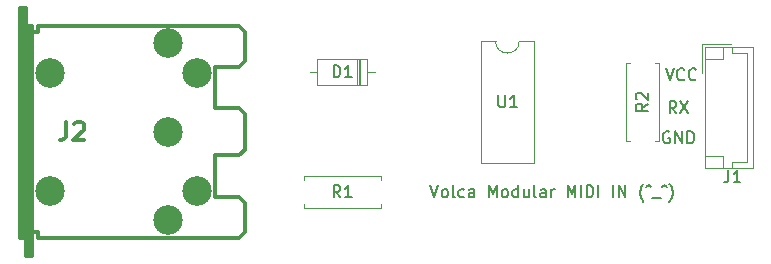
<source format=gbr>
%TF.GenerationSoftware,KiCad,Pcbnew,(6.0.1)*%
%TF.CreationDate,2022-02-12T00:31:54+11:00*%
%TF.ProjectId,VolcaModularMidi,566f6c63-614d-46f6-9475-6c61724d6964,rev?*%
%TF.SameCoordinates,Original*%
%TF.FileFunction,Legend,Top*%
%TF.FilePolarity,Positive*%
%FSLAX46Y46*%
G04 Gerber Fmt 4.6, Leading zero omitted, Abs format (unit mm)*
G04 Created by KiCad (PCBNEW (6.0.1)) date 2022-02-12 00:31:54*
%MOMM*%
%LPD*%
G01*
G04 APERTURE LIST*
%ADD10C,0.150000*%
%ADD11C,0.304800*%
%ADD12C,0.120000*%
%ADD13C,2.499360*%
G04 APERTURE END LIST*
D10*
X131508666Y-65746380D02*
X131842000Y-66746380D01*
X132175333Y-65746380D01*
X133080095Y-66651142D02*
X133032476Y-66698761D01*
X132889619Y-66746380D01*
X132794380Y-66746380D01*
X132651523Y-66698761D01*
X132556285Y-66603523D01*
X132508666Y-66508285D01*
X132461047Y-66317809D01*
X132461047Y-66174952D01*
X132508666Y-65984476D01*
X132556285Y-65889238D01*
X132651523Y-65794000D01*
X132794380Y-65746380D01*
X132889619Y-65746380D01*
X133032476Y-65794000D01*
X133080095Y-65841619D01*
X134080095Y-66651142D02*
X134032476Y-66698761D01*
X133889619Y-66746380D01*
X133794380Y-66746380D01*
X133651523Y-66698761D01*
X133556285Y-66603523D01*
X133508666Y-66508285D01*
X133461047Y-66317809D01*
X133461047Y-66174952D01*
X133508666Y-65984476D01*
X133556285Y-65889238D01*
X133651523Y-65794000D01*
X133794380Y-65746380D01*
X133889619Y-65746380D01*
X134032476Y-65794000D01*
X134080095Y-65841619D01*
X111586666Y-75652380D02*
X111920000Y-76652380D01*
X112253333Y-75652380D01*
X112729523Y-76652380D02*
X112634285Y-76604761D01*
X112586666Y-76557142D01*
X112539047Y-76461904D01*
X112539047Y-76176190D01*
X112586666Y-76080952D01*
X112634285Y-76033333D01*
X112729523Y-75985714D01*
X112872380Y-75985714D01*
X112967619Y-76033333D01*
X113015238Y-76080952D01*
X113062857Y-76176190D01*
X113062857Y-76461904D01*
X113015238Y-76557142D01*
X112967619Y-76604761D01*
X112872380Y-76652380D01*
X112729523Y-76652380D01*
X113634285Y-76652380D02*
X113539047Y-76604761D01*
X113491428Y-76509523D01*
X113491428Y-75652380D01*
X114443809Y-76604761D02*
X114348571Y-76652380D01*
X114158095Y-76652380D01*
X114062857Y-76604761D01*
X114015238Y-76557142D01*
X113967619Y-76461904D01*
X113967619Y-76176190D01*
X114015238Y-76080952D01*
X114062857Y-76033333D01*
X114158095Y-75985714D01*
X114348571Y-75985714D01*
X114443809Y-76033333D01*
X115300952Y-76652380D02*
X115300952Y-76128571D01*
X115253333Y-76033333D01*
X115158095Y-75985714D01*
X114967619Y-75985714D01*
X114872380Y-76033333D01*
X115300952Y-76604761D02*
X115205714Y-76652380D01*
X114967619Y-76652380D01*
X114872380Y-76604761D01*
X114824761Y-76509523D01*
X114824761Y-76414285D01*
X114872380Y-76319047D01*
X114967619Y-76271428D01*
X115205714Y-76271428D01*
X115300952Y-76223809D01*
X116539047Y-76652380D02*
X116539047Y-75652380D01*
X116872380Y-76366666D01*
X117205714Y-75652380D01*
X117205714Y-76652380D01*
X117824761Y-76652380D02*
X117729523Y-76604761D01*
X117681904Y-76557142D01*
X117634285Y-76461904D01*
X117634285Y-76176190D01*
X117681904Y-76080952D01*
X117729523Y-76033333D01*
X117824761Y-75985714D01*
X117967619Y-75985714D01*
X118062857Y-76033333D01*
X118110476Y-76080952D01*
X118158095Y-76176190D01*
X118158095Y-76461904D01*
X118110476Y-76557142D01*
X118062857Y-76604761D01*
X117967619Y-76652380D01*
X117824761Y-76652380D01*
X119015238Y-76652380D02*
X119015238Y-75652380D01*
X119015238Y-76604761D02*
X118920000Y-76652380D01*
X118729523Y-76652380D01*
X118634285Y-76604761D01*
X118586666Y-76557142D01*
X118539047Y-76461904D01*
X118539047Y-76176190D01*
X118586666Y-76080952D01*
X118634285Y-76033333D01*
X118729523Y-75985714D01*
X118920000Y-75985714D01*
X119015238Y-76033333D01*
X119920000Y-75985714D02*
X119920000Y-76652380D01*
X119491428Y-75985714D02*
X119491428Y-76509523D01*
X119539047Y-76604761D01*
X119634285Y-76652380D01*
X119777142Y-76652380D01*
X119872380Y-76604761D01*
X119920000Y-76557142D01*
X120539047Y-76652380D02*
X120443809Y-76604761D01*
X120396190Y-76509523D01*
X120396190Y-75652380D01*
X121348571Y-76652380D02*
X121348571Y-76128571D01*
X121300952Y-76033333D01*
X121205714Y-75985714D01*
X121015238Y-75985714D01*
X120920000Y-76033333D01*
X121348571Y-76604761D02*
X121253333Y-76652380D01*
X121015238Y-76652380D01*
X120920000Y-76604761D01*
X120872380Y-76509523D01*
X120872380Y-76414285D01*
X120920000Y-76319047D01*
X121015238Y-76271428D01*
X121253333Y-76271428D01*
X121348571Y-76223809D01*
X121824761Y-76652380D02*
X121824761Y-75985714D01*
X121824761Y-76176190D02*
X121872380Y-76080952D01*
X121920000Y-76033333D01*
X122015238Y-75985714D01*
X122110476Y-75985714D01*
X123205714Y-76652380D02*
X123205714Y-75652380D01*
X123539047Y-76366666D01*
X123872380Y-75652380D01*
X123872380Y-76652380D01*
X124348571Y-76652380D02*
X124348571Y-75652380D01*
X124824761Y-76652380D02*
X124824761Y-75652380D01*
X125062857Y-75652380D01*
X125205714Y-75700000D01*
X125300952Y-75795238D01*
X125348571Y-75890476D01*
X125396190Y-76080952D01*
X125396190Y-76223809D01*
X125348571Y-76414285D01*
X125300952Y-76509523D01*
X125205714Y-76604761D01*
X125062857Y-76652380D01*
X124824761Y-76652380D01*
X125824761Y-76652380D02*
X125824761Y-75652380D01*
X127062857Y-76652380D02*
X127062857Y-75652380D01*
X127539047Y-76652380D02*
X127539047Y-75652380D01*
X128110476Y-76652380D01*
X128110476Y-75652380D01*
X129634285Y-77033333D02*
X129586666Y-76985714D01*
X129491428Y-76842857D01*
X129443809Y-76747619D01*
X129396190Y-76604761D01*
X129348571Y-76366666D01*
X129348571Y-76176190D01*
X129396190Y-75938095D01*
X129443809Y-75795238D01*
X129491428Y-75700000D01*
X129586666Y-75557142D01*
X129634285Y-75509523D01*
X129872380Y-75747619D02*
X130062857Y-75604761D01*
X130253333Y-75747619D01*
X130348571Y-76747619D02*
X131110476Y-76747619D01*
X131205714Y-75747619D02*
X131396190Y-75604761D01*
X131586666Y-75747619D01*
X131824761Y-77033333D02*
X131872380Y-76985714D01*
X131967619Y-76842857D01*
X132015238Y-76747619D01*
X132062857Y-76604761D01*
X132110476Y-76366666D01*
X132110476Y-76176190D01*
X132062857Y-75938095D01*
X132015238Y-75795238D01*
X131967619Y-75700000D01*
X131872380Y-75557142D01*
X131824761Y-75509523D01*
X131826095Y-71128000D02*
X131730857Y-71080380D01*
X131588000Y-71080380D01*
X131445142Y-71128000D01*
X131349904Y-71223238D01*
X131302285Y-71318476D01*
X131254666Y-71508952D01*
X131254666Y-71651809D01*
X131302285Y-71842285D01*
X131349904Y-71937523D01*
X131445142Y-72032761D01*
X131588000Y-72080380D01*
X131683238Y-72080380D01*
X131826095Y-72032761D01*
X131873714Y-71985142D01*
X131873714Y-71651809D01*
X131683238Y-71651809D01*
X132302285Y-72080380D02*
X132302285Y-71080380D01*
X132873714Y-72080380D01*
X132873714Y-71080380D01*
X133349904Y-72080380D02*
X133349904Y-71080380D01*
X133588000Y-71080380D01*
X133730857Y-71128000D01*
X133826095Y-71223238D01*
X133873714Y-71318476D01*
X133921333Y-71508952D01*
X133921333Y-71651809D01*
X133873714Y-71842285D01*
X133826095Y-71937523D01*
X133730857Y-72032761D01*
X133588000Y-72080380D01*
X133349904Y-72080380D01*
X132421333Y-69540380D02*
X132088000Y-69064190D01*
X131849904Y-69540380D02*
X131849904Y-68540380D01*
X132230857Y-68540380D01*
X132326095Y-68588000D01*
X132373714Y-68635619D01*
X132421333Y-68730857D01*
X132421333Y-68873714D01*
X132373714Y-68968952D01*
X132326095Y-69016571D01*
X132230857Y-69064190D01*
X131849904Y-69064190D01*
X132754666Y-68540380D02*
X133421333Y-69540380D01*
X133421333Y-68540380D02*
X132754666Y-69540380D01*
%TO.C,R2*%
X129992380Y-68746666D02*
X129516190Y-69080000D01*
X129992380Y-69318095D02*
X128992380Y-69318095D01*
X128992380Y-68937142D01*
X129040000Y-68841904D01*
X129087619Y-68794285D01*
X129182857Y-68746666D01*
X129325714Y-68746666D01*
X129420952Y-68794285D01*
X129468571Y-68841904D01*
X129516190Y-68937142D01*
X129516190Y-69318095D01*
X129087619Y-68365714D02*
X129040000Y-68318095D01*
X128992380Y-68222857D01*
X128992380Y-67984761D01*
X129040000Y-67889523D01*
X129087619Y-67841904D01*
X129182857Y-67794285D01*
X129278095Y-67794285D01*
X129420952Y-67841904D01*
X129992380Y-68413333D01*
X129992380Y-67794285D01*
%TO.C,J1*%
X136826666Y-74382380D02*
X136826666Y-75096666D01*
X136779047Y-75239523D01*
X136683809Y-75334761D01*
X136540952Y-75382380D01*
X136445714Y-75382380D01*
X137826666Y-75382380D02*
X137255238Y-75382380D01*
X137540952Y-75382380D02*
X137540952Y-74382380D01*
X137445714Y-74525238D01*
X137350476Y-74620476D01*
X137255238Y-74668095D01*
%TO.C,R1*%
X103973333Y-76652380D02*
X103640000Y-76176190D01*
X103401904Y-76652380D02*
X103401904Y-75652380D01*
X103782857Y-75652380D01*
X103878095Y-75700000D01*
X103925714Y-75747619D01*
X103973333Y-75842857D01*
X103973333Y-75985714D01*
X103925714Y-76080952D01*
X103878095Y-76128571D01*
X103782857Y-76176190D01*
X103401904Y-76176190D01*
X104925714Y-76652380D02*
X104354285Y-76652380D01*
X104640000Y-76652380D02*
X104640000Y-75652380D01*
X104544761Y-75795238D01*
X104449523Y-75890476D01*
X104354285Y-75938095D01*
D11*
%TO.C,J2*%
X80772000Y-70285428D02*
X80772000Y-71374000D01*
X80699428Y-71591714D01*
X80554285Y-71736857D01*
X80336571Y-71809428D01*
X80191428Y-71809428D01*
X81425142Y-70430571D02*
X81497714Y-70358000D01*
X81642857Y-70285428D01*
X82005714Y-70285428D01*
X82150857Y-70358000D01*
X82223428Y-70430571D01*
X82296000Y-70575714D01*
X82296000Y-70720857D01*
X82223428Y-70938571D01*
X81352571Y-71809428D01*
X82296000Y-71809428D01*
D10*
%TO.C,U1*%
X117348095Y-68032380D02*
X117348095Y-68841904D01*
X117395714Y-68937142D01*
X117443333Y-68984761D01*
X117538571Y-69032380D01*
X117729047Y-69032380D01*
X117824285Y-68984761D01*
X117871904Y-68937142D01*
X117919523Y-68841904D01*
X117919523Y-68032380D01*
X118919523Y-69032380D02*
X118348095Y-69032380D01*
X118633809Y-69032380D02*
X118633809Y-68032380D01*
X118538571Y-68175238D01*
X118443333Y-68270476D01*
X118348095Y-68318095D01*
%TO.C,D1*%
X103401904Y-66492380D02*
X103401904Y-65492380D01*
X103640000Y-65492380D01*
X103782857Y-65540000D01*
X103878095Y-65635238D01*
X103925714Y-65730476D01*
X103973333Y-65920952D01*
X103973333Y-66063809D01*
X103925714Y-66254285D01*
X103878095Y-66349523D01*
X103782857Y-66444761D01*
X103640000Y-66492380D01*
X103401904Y-66492380D01*
X104925714Y-66492380D02*
X104354285Y-66492380D01*
X104640000Y-66492380D02*
X104640000Y-65492380D01*
X104544761Y-65635238D01*
X104449523Y-65730476D01*
X104354285Y-65778095D01*
D12*
%TO.C,R2*%
X130910000Y-65310000D02*
X130910000Y-71850000D01*
X130910000Y-71850000D02*
X130580000Y-71850000D01*
X130580000Y-65310000D02*
X130910000Y-65310000D01*
X128500000Y-65310000D02*
X128170000Y-65310000D01*
X128170000Y-65310000D02*
X128170000Y-71850000D01*
X128170000Y-71850000D02*
X128500000Y-71850000D01*
%TO.C,J1*%
X136350000Y-74190000D02*
X136350000Y-73190000D01*
X136350000Y-73190000D02*
X134850000Y-73190000D01*
X137160000Y-63970000D02*
X137160000Y-64470000D01*
X137160000Y-73690000D02*
X137160000Y-74190000D01*
X138370000Y-64470000D02*
X138370000Y-73690000D01*
X138870000Y-63970000D02*
X134850000Y-63970000D01*
X138370000Y-73690000D02*
X137160000Y-73690000D01*
X134850000Y-63970000D02*
X134850000Y-74190000D01*
X137050000Y-63670000D02*
X134550000Y-63670000D01*
X136350000Y-63970000D02*
X136350000Y-64970000D01*
X134850000Y-74190000D02*
X138870000Y-74190000D01*
X134550000Y-63670000D02*
X134550000Y-66170000D01*
X138870000Y-74190000D02*
X138870000Y-63970000D01*
X137160000Y-64470000D02*
X138370000Y-64470000D01*
X136350000Y-64970000D02*
X134850000Y-64970000D01*
%TO.C,R1*%
X100870000Y-77570000D02*
X100870000Y-77240000D01*
X107410000Y-77240000D02*
X107410000Y-77570000D01*
X107410000Y-77570000D02*
X100870000Y-77570000D01*
X107410000Y-74830000D02*
X100870000Y-74830000D01*
X107410000Y-75160000D02*
X107410000Y-74830000D01*
X100870000Y-74830000D02*
X100870000Y-75160000D01*
D11*
%TO.C,J2*%
X95359220Y-80119220D02*
X78359000Y-80119220D01*
X95359220Y-73118980D02*
X93360240Y-73118980D01*
X95359220Y-62120780D02*
X95859600Y-62621160D01*
X77861160Y-81620360D02*
X77360780Y-81620360D01*
X76860400Y-80119220D02*
X76860400Y-60619640D01*
X93360240Y-65620900D02*
X93360240Y-69121020D01*
X77360780Y-62120780D02*
X77861160Y-62120780D01*
X77609700Y-62120780D02*
X77609700Y-81620360D01*
X95359220Y-69121020D02*
X93360240Y-69121020D01*
X77360780Y-60619640D02*
X77360780Y-62120780D01*
X77861160Y-62120780D02*
X77861160Y-81620360D01*
X78359000Y-62621160D02*
X77861160Y-62621160D01*
X95859600Y-62621160D02*
X95859600Y-65120520D01*
X77109320Y-60619640D02*
X77109320Y-80119220D01*
X95859600Y-69618860D02*
X95359220Y-69121020D01*
X95359220Y-76619100D02*
X93360240Y-76619100D01*
X78359000Y-62120780D02*
X78359000Y-62621160D01*
X77360780Y-80119220D02*
X76860400Y-80119220D01*
X78359000Y-80119220D02*
X78359000Y-79618840D01*
X77360780Y-80119220D02*
X77360780Y-62120780D01*
X95359220Y-62120780D02*
X78359000Y-62120780D01*
X77861160Y-79618840D02*
X78359000Y-79618840D01*
X95859600Y-69618860D02*
X95859600Y-72621140D01*
X95859600Y-79618840D02*
X95859600Y-77619860D01*
X95859600Y-77119480D02*
X95359220Y-76619100D01*
X76860400Y-60619640D02*
X77360780Y-60619640D01*
X93360240Y-76619100D02*
X93360240Y-73118980D01*
X95859600Y-72621140D02*
X95359220Y-73118980D01*
X95859600Y-77619860D02*
X95859600Y-77119480D01*
X77360780Y-81620360D02*
X77360780Y-80119220D01*
X95859600Y-65120520D02*
X95359220Y-65620900D01*
X95359220Y-80119220D02*
X95859600Y-79618840D01*
X95359220Y-65620900D02*
X93360240Y-65620900D01*
D12*
%TO.C,U1*%
X115860000Y-73730000D02*
X120360000Y-73730000D01*
X117110000Y-63450000D02*
X115860000Y-63450000D01*
X120360000Y-73730000D02*
X120360000Y-63450000D01*
X115860000Y-63450000D02*
X115860000Y-73730000D01*
X120360000Y-63450000D02*
X119110000Y-63450000D01*
X117110000Y-63450000D02*
G75*
G03*
X119110000Y-63450000I1000000J0D01*
G01*
%TO.C,D1*%
X102020000Y-64920000D02*
X102020000Y-67160000D01*
X106260000Y-64920000D02*
X102020000Y-64920000D01*
X106910000Y-66040000D02*
X106260000Y-66040000D01*
X105540000Y-67160000D02*
X105540000Y-64920000D01*
X101370000Y-66040000D02*
X102020000Y-66040000D01*
X102020000Y-67160000D02*
X106260000Y-67160000D01*
X106260000Y-67160000D02*
X106260000Y-64920000D01*
X105660000Y-67160000D02*
X105660000Y-64920000D01*
X105420000Y-67160000D02*
X105420000Y-64920000D01*
%TD*%
D13*
%TO.C,J2*%
X79362300Y-66118740D03*
X79362300Y-76121260D03*
X89357200Y-78618080D03*
X89359740Y-71120000D03*
X89357200Y-63621920D03*
X91859100Y-76116180D03*
X91859100Y-66123820D03*
%TD*%
M02*

</source>
